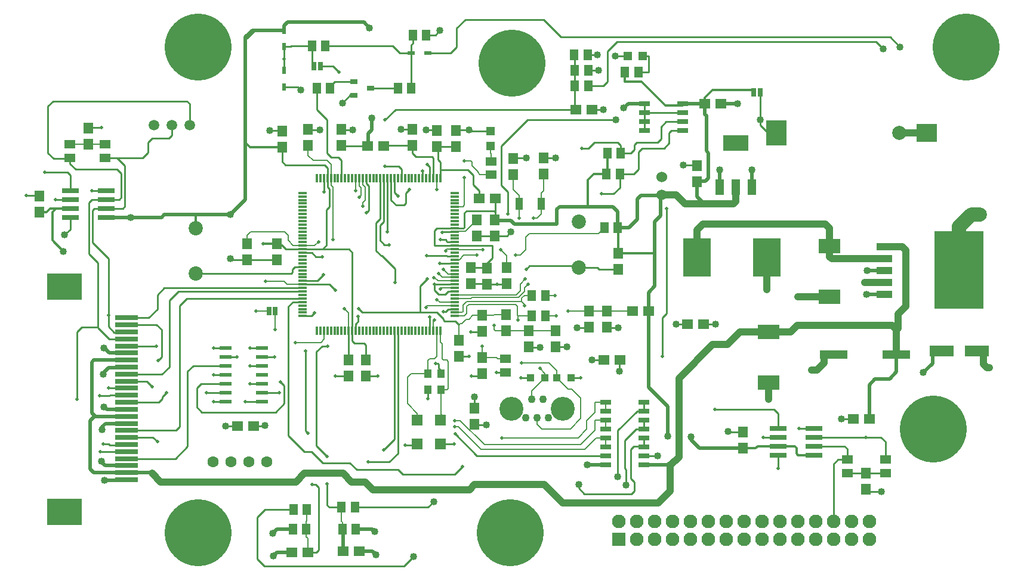
<source format=gbr>
G04 EasyPC Gerber Version 21.0.3 Build 4286 *
%FSLAX35Y35*%
%MOIN*%
%ADD130R,0.01181X0.04724*%
%ADD131R,0.04724X0.01181*%
%ADD137R,0.01969X0.04232*%
%ADD136R,0.04232X0.01969*%
%ADD139R,0.06700X0.02100*%
%ADD142R,0.02500X0.05000*%
%ADD132R,0.04134X0.05118*%
%ADD133R,0.04331X0.07087*%
%ADD117R,0.04700X0.08700*%
%ADD141R,0.06004X0.02559*%
%ADD138R,0.03937X0.02756*%
%ADD140R,0.06004X0.02756*%
%ADD114R,0.12992X0.02953*%
%ADD135R,0.09500X0.03000*%
%ADD119R,0.08504X0.04213*%
%ADD128R,0.05118X0.05906*%
%ADD116R,0.05500X0.06000*%
%ADD123R,0.15748X0.04921*%
%ADD129R,0.05906X0.05118*%
%ADD124R,0.06000X0.05500*%
%ADD125R,0.13386X0.06299*%
%ADD122R,0.12008X0.07874*%
%ADD118R,0.14200X0.08700*%
%ADD143R,0.11811X0.14173*%
%ADD144R,0.11811X0.10236*%
%ADD121R,0.15354X0.21260*%
%ADD120R,0.27559X0.43307*%
%ADD134R,0.03937X0.03937*%
%ADD127R,0.04724X0.04724*%
%ADD126R,0.06300X0.06300*%
%ADD89R,0.07677X0.07677*%
%ADD103C,0.00591*%
%ADD19C,0.00800*%
%ADD100C,0.00984*%
%ADD16C,0.01000*%
%ADD102C,0.01181*%
%ADD98C,0.01969*%
%ADD101C,0.03937*%
%ADD97C,0.04000*%
%ADD95C,0.04331*%
%ADD92C,0.05906*%
%ADD91C,0.06000*%
%ADD93C,0.06299*%
%ADD90C,0.07677*%
%ADD99C,0.07874*%
%ADD94C,0.07972*%
%ADD96C,0.13386*%
%ADD88C,0.37402*%
%ADD115R,0.19685X0.15157*%
X0Y0D02*
D02*
D16*
X5128Y252652D02*
X12608D01*
Y252427*
X21663Y250289D02*
Y250427D01*
X29773*
X29537Y273715D02*
Y270368D01*
X32687Y267219*
X55915*
X58277Y264856*
Y251608*
X57096Y250427*
X49773*
X41742Y255407D02*
Y255427D01*
X49773*
X45285Y178852D02*
Y178636D01*
X51584Y172337*
X61033*
X46072Y140663D02*
X51801D01*
X51978Y140841*
X61033*
X46466Y109344D02*
X61033D01*
X47254Y290447D02*
X39773D01*
Y290222*
X48041Y113675D02*
X51191D01*
X51978Y112888*
X61427*
Y113281*
X61033*
X49222Y273715D02*
X70285D01*
X73238Y276667*
Y282179*
X75600Y284541*
X84957*
X86531Y286116*
Y291852*
X49222Y273715D02*
X55718D01*
X60246Y269187*
Y246608*
X59065Y245427*
X49773*
X43179*
X42135Y244384*
Y226274*
X51191Y217219*
Y185722*
X49773Y250427D02*
X41880D01*
X40167Y248715*
Y219974*
X45285Y214856*
Y178852*
X51191Y144778D02*
X57096D01*
Y144600*
X61033Y144778*
X51191Y185722D02*
Y179246D01*
X54340Y176096*
X61033Y176274*
Y117219D02*
X75994D01*
X78356Y114856*
X61033Y148715D02*
X72450D01*
X75600Y145565*
X61033Y168400D02*
X77962Y168222D01*
X61033Y180211D02*
X77962D01*
X80718Y177455*
Y162100*
X78750Y160132*
X83474Y142258D02*
X81112Y139896D01*
Y138872*
X79143Y136904*
X61033*
X96531Y291784D02*
Y303767D01*
X94891Y305407*
X20088*
X17332Y302652*
Y276274*
X20482Y273124*
X28946*
X29537Y273715*
X105915Y142258D02*
X116581D01*
X109852Y137297D02*
Y137258D01*
X116581*
X109852Y152258D02*
X116581D01*
X109852Y167219D02*
Y167258D01*
X116581*
Y147258D02*
X102883D01*
X100403Y144778*
Y134148*
X103159Y131392*
X144498*
X149222Y136116*
Y146352*
X147254Y148321*
X116581Y157258D02*
X98435D01*
X95285Y154108*
Y112100*
X88592Y105407*
X61033*
X116581Y162258D02*
X122844D01*
X127569Y137258D02*
X136981D01*
X130324Y147140D02*
Y147258D01*
X136981*
X130324Y157376D02*
Y157258D01*
X136981*
Y142258D02*
X146466D01*
X138592Y123911D02*
Y123518D01*
X132069*
X141348Y288872D02*
X148041D01*
Y288648*
X143710Y162100D02*
Y162258D01*
X136981*
X149222Y313431D02*
X156946D01*
X158671Y311707*
X149222Y322581D02*
Y329030D01*
Y335813*
X149281Y335872*
X153009*
X153254Y336116*
X164773*
X154537Y77061D02*
X138592D01*
X134261Y72730*
Y49108*
X138198Y45171*
X216151*
X221663Y50683*
X159458Y212691D02*
X155128D01*
Y212494*
X153946Y211313*
Y209738*
X153159Y208951*
X111698*
X111576Y208829*
X99714*
X164773Y336116D02*
Y326274D01*
X165954Y325093*
X169301Y289266D02*
X162608D01*
Y289435*
X169498Y325093D02*
X176387D01*
X179931Y321549*
X172254Y336116D02*
X209852D01*
X213789Y332179*
X220238*
X175009Y312494D02*
Y313675D01*
X177569Y316234*
X188198*
X177962Y151470D02*
X185049D01*
Y151695*
X181309Y262100D02*
Y272140D01*
X179537Y273911*
X175600*
X173238Y276274*
Y294778*
X167529Y300486*
Y312494*
X187411Y289266D02*
X181112D01*
Y289435*
X188198Y308754D02*
Y308951D01*
X186230*
X181702Y304423*
X188789Y78242D02*
X229537D01*
X232687Y81392*
X201584Y151470D02*
X194891D01*
Y151695*
X205521Y268793D02*
X213198D01*
X214773Y267219*
Y262100*
X206899Y232179D02*
Y262100D01*
X207883Y225093D02*
X205128D01*
X202765Y227455*
Y235919*
X204931Y238085*
Y262100*
X208868D02*
Y250093D01*
X211820Y247140*
X216151*
X217332Y248321*
Y253833*
X219301Y255801*
X210836Y262100D02*
Y254423D01*
X213002Y252258*
X212805Y312494D02*
X197647D01*
X214576Y289659D02*
X220876D01*
Y289435*
X216939Y112888D02*
X223631D01*
Y113668*
X220238Y332179D02*
Y336856D01*
X221072Y337691*
Y342415*
X220285Y312494D02*
Y332132D01*
X220238Y332179*
X228356Y289266D02*
X234498D01*
Y289041*
X228553Y342415D02*
X233868D01*
X236230Y344778*
X229537Y138872D02*
X229439D01*
Y143793*
X236722Y152848D02*
Y154522D01*
X235443Y155801*
Y158163*
X235049Y158557*
X233868*
X244104Y113675D02*
X236624D01*
Y113668*
X244498Y214659D02*
X236230D01*
X252372Y162494D02*
X246860D01*
Y162719*
X252372Y289266D02*
X245285D01*
Y289041*
X253553Y176274D02*
X259852D01*
Y176498*
X253946Y151470D02*
X259852D01*
Y152876*
X262214Y124305D02*
X255521D01*
Y124530*
X267726Y153439D02*
Y153636D01*
X272923*
X268120Y203045D02*
X273631D01*
Y203270*
X274025Y242415D02*
Y254620D01*
X270482Y258163*
Y280211*
X285049Y294778*
X334655*
X281506Y150683D02*
X287017D01*
X284655Y211313D02*
X286230Y213281D01*
X313691*
Y212222*
X284655Y273518D02*
X277332D01*
Y273313*
X292135Y167612D02*
X285836D01*
Y167837*
X300797Y273518D02*
X294104D01*
Y273687*
X307096Y168006D02*
X300836D01*
Y167837*
X311230Y331392D02*
X311427D01*
Y322730*
X311624*
Y314069D02*
Y301104D01*
X312045Y300683*
X311624Y322730D02*
Y314069D01*
X313002Y178636D02*
X319616D01*
Y178860*
X313691Y212222D02*
X324128D01*
X325206Y211144*
X335836*
X314970Y150683D02*
X309458D01*
X315364Y279030D02*
X319301D01*
X322450Y282179*
X335639*
X337214Y280604*
Y276274*
X324813Y322730D02*
X319104D01*
X326387Y253439D02*
X333277D01*
X336820Y256982*
Y264463*
X327569Y300683D02*
X321045D01*
X328702Y107081D02*
X256998D01*
X244891Y119187*
X335836Y178636D02*
X329537D01*
Y178860*
X336624Y154226D02*
Y160526D01*
X336793*
X336820Y264463D02*
X344498D01*
X347254Y267219*
Y277061*
X349222Y279030*
X361427*
X364183Y281785*
Y287671*
X365364Y288852*
X371710*
X337214Y276274D02*
X342923D01*
X344891Y278242*
Y280998*
X346072Y282179*
X357883*
X359852Y284148*
Y291096*
X362608Y293852*
X371710*
X350356Y288852D02*
Y293852D01*
Y298852*
Y303852*
X368120Y180604D02*
X374643D01*
X371710Y298852D02*
X350356D01*
X372057Y269581D02*
X379931D01*
Y269356*
X392529Y266825D02*
X392684D01*
X397254Y120762D02*
Y120368D01*
X405521*
Y120144*
X415167Y294778D02*
Y310132D01*
X416939Y117219D02*
Y117356D01*
X425049*
X424025Y287691D02*
X419498D01*
X415167Y292022*
Y294778*
X437017Y122337D02*
Y122356D01*
X445049*
Y112356D02*
X462352D01*
X463789Y110919*
Y104817*
X445049Y117356D02*
X474025D01*
X456230Y70132D02*
Y102376D01*
X458671Y104817*
X463789*
X460639Y127455D02*
X467163D01*
X463789Y97337D02*
X473998D01*
X474025Y97309*
X485021*
X485049Y97337*
X474025Y117356D02*
X482549D01*
X485049Y114856*
Y104817*
X482687Y86904D02*
X474025D01*
Y88309*
D02*
D19*
X29537Y281195D02*
X39746D01*
X39773Y281222*
X49222Y281195D02*
X39801D01*
X39773Y281222*
X138986Y204620D02*
X149025D01*
X150797Y202848*
X159458*
X140757Y188085D02*
X133474D01*
X144301Y177455D02*
Y188085D01*
X159458Y224502D02*
X166348D01*
X168513Y226667*
X159458Y224502D02*
X154340D01*
X151387Y227455*
Y230407*
X149616Y232179*
X130494*
X128525Y230211*
Y225656*
X128356*
X161624Y66037D02*
Y70368D01*
X162017Y70762*
Y77061*
X161624Y66037D02*
Y61679D01*
X162383Y60919*
Y53045*
X162608Y280435D02*
Y275093D01*
X165364Y272337*
X173041*
X175403Y269974*
Y262100*
X171466Y177061D02*
Y172140D01*
X169694Y170368*
X155521*
X176387Y227848D02*
Y257179D01*
X175403Y258163*
Y262100*
X181702Y66037D02*
Y69974D01*
X181309Y70368*
Y78242*
X189183Y255407D02*
Y262100D01*
X191151D02*
Y257967D01*
X192135Y256982*
Y252455*
X191151Y251470*
X193120Y262100D02*
Y258557D01*
X194498Y257179*
Y250093*
X193120Y248715*
Y246746*
X223631Y127068D02*
Y130604D01*
X218120Y136116*
Y150880*
X220088Y152848*
X229439*
X234458Y177061D02*
Y162691D01*
X233080Y161313*
X230620*
X229439Y160132*
Y152848*
X236427Y177061D02*
Y170565D01*
X237411Y169581*
Y161313*
X238198Y160526*
X240167*
X240954Y159738*
Y144581*
X240167Y143793*
X236722*
Y130112*
X238986Y127848*
X237404*
X236624Y127068*
X244498Y193006D02*
X236033D01*
X234655Y194384*
X244498Y246156D02*
X249025D01*
X250009Y247140*
Y262494*
Y271943D02*
X253553D01*
X254340Y271156*
Y269187*
X257490Y266037*
Y265447*
X258671Y264266*
X264970*
X259852Y185498D02*
X254509D01*
X252372Y183360*
X250797*
X248435Y180998*
X247647*
X246860Y180211*
X260246Y222337D02*
X245285D01*
Y222533*
X244498*
X264458Y280427D02*
Y276392D01*
X264970Y275880*
Y271746*
X272923Y161116D02*
X268486D01*
X267726Y161876*
X259852*
X273238Y176892D02*
X285781D01*
X285836Y176837*
X273238Y185892D02*
X266545D01*
X266151Y185498*
X259852*
X273631Y212270D02*
Y218793D01*
X270088Y222337*
X269891*
X269694Y222533*
X269891*
X270088Y222337*
X280521Y247927D02*
Y252612D01*
X277332Y255801*
Y264313*
X283474Y190841D02*
Y191628D01*
X281899Y193203*
X285836Y176837D02*
X300836D01*
X287411Y138478D02*
Y143203D01*
X294891Y150683*
X287608Y185329D02*
X279931D01*
Y182967*
X290561Y128242D02*
Y124699D01*
X293317Y121943*
X309065*
X314970Y127848*
Y139266*
X309852Y144384*
X307883*
X301584Y150683*
X292726Y247927D02*
Y254030D01*
X294104Y255407*
Y264687*
X294891Y150683D02*
Y153045D01*
X292135Y155801*
X301584Y150683D02*
Y154620D01*
X297254Y158951*
X281899*
X307883Y187860D02*
X319616D01*
X329537*
X328702Y117081D02*
X323631D01*
X317076Y110526*
X259065*
X246466Y123124*
X244498*
X328702Y117081D02*
Y112081D01*
Y127081D02*
Y127061D01*
X322844*
Y121156*
X314970Y113281*
X261033*
X247647Y126667*
X244498*
X328702Y127081D02*
Y122081D01*
Y137081D02*
X322844D01*
Y131392*
X318120Y126667*
Y121943*
X313395Y116825*
X270876*
X328702Y137081D02*
Y132081D01*
X329537Y187860D02*
X343592D01*
X343817Y188085*
D02*
D88*
X101023Y63801D03*
Y335454D03*
X275600Y63801D03*
X276387Y326667D03*
X511820Y121943D03*
X530324Y335454D03*
D02*
D89*
X336230Y60132D03*
D02*
D90*
Y70132D03*
X346230Y60132D03*
Y70132D03*
X356230Y60132D03*
Y70132D03*
X366230Y60132D03*
Y70132D03*
X376230Y60132D03*
Y70132D03*
X386230Y60132D03*
Y70132D03*
X396230Y60132D03*
Y70132D03*
X406230Y60132D03*
Y70132D03*
X416230Y60132D03*
Y70132D03*
X426230Y60132D03*
Y70132D03*
X436230Y60132D03*
Y70132D03*
X446230Y60132D03*
Y70132D03*
X456230Y60132D03*
Y70132D03*
X466230Y60132D03*
Y70132D03*
X476230Y60132D03*
Y70132D03*
D02*
D91*
X360246Y253071D03*
Y262888D03*
D02*
D92*
X76531Y291784D03*
X86531Y291852D03*
X96531Y291784D03*
D02*
D93*
X109393Y103676D03*
X119393Y103608D03*
X129393Y103676D03*
X139380D03*
D02*
D94*
X99714Y208829D03*
Y234419D03*
X313691Y212222D03*
Y237813D03*
D02*
D95*
X284261Y128242D03*
X287411Y138478D03*
X290561Y128242D03*
X293710Y138478D03*
X296860Y128242D03*
D02*
D96*
X276191Y133360D03*
X304931D03*
D02*
D97*
X25994Y221156D03*
X26387Y230604D03*
X47254Y103833D03*
X47647Y121549D03*
X48041Y152652D03*
X48435Y134148D03*
Y167219D03*
X48828Y93203D03*
X63395Y240427D03*
X116545Y123518D03*
X119301Y217219D03*
Y242022D03*
X138592Y123911D03*
X141348Y288872D03*
X142923Y63675D03*
X143317Y51077D03*
X158671Y311707D03*
X169301Y289266D03*
X181702Y304423D03*
X187411Y289266D03*
X196860Y346352D03*
X198041Y295959D03*
X200009Y64463D03*
X200403Y51470D03*
X214576Y289659D03*
X221663Y50683D03*
X228356Y289266D03*
X232687Y81392D03*
X236230Y344778D03*
X252372Y289266D03*
X255521Y140053D03*
X262214Y124305D03*
X275994Y232179D03*
X284655Y273518D03*
X292135Y167612D03*
X300797Y273518D03*
X307096Y168006D03*
X313002Y178636D03*
X313789Y90841D03*
X318513Y101864D03*
X321269Y160526D03*
X324025Y331392D03*
X324813Y322730D03*
X327569Y300683D03*
X334261Y330604D03*
X334655Y294778D03*
X335443Y95171D03*
X335836Y178636D03*
X336624Y154226D03*
X338986Y301470D03*
X340167Y90447D03*
X357883Y106982D03*
X363395Y118006D03*
X368120Y180604D03*
X372057Y269581D03*
X376387Y117612D03*
X390167Y180604D03*
X392529Y266825D03*
X397254Y120762D03*
X402372Y303833D03*
X410639Y266825D03*
X415167Y294778D03*
X418907Y199896D03*
X419694Y138478D03*
X436230Y195959D03*
X443710Y155014D03*
X460639Y127455D03*
X473631Y203833D03*
X474419Y197140D03*
X474813Y210526D03*
X482687Y86904D03*
X483868Y334541D03*
X493317Y335722D03*
X506309Y153439D03*
X543317Y156195D03*
D02*
D98*
X5128Y252652D03*
X15364Y265644D03*
X21663Y250289D03*
X33474Y138478D03*
X41742Y255407D03*
X46072Y140663D03*
X46466Y109344D03*
X47254Y103833D02*
Y103439D01*
X49222Y101470*
X61033*
X47254Y290447D03*
X47647Y121549D02*
Y123124D01*
X49616Y125093*
X61033*
X48041Y113675D03*
Y152652D02*
Y153262D01*
X51191Y156411*
X61033Y156589*
X48435Y134148D02*
X49006D01*
X50187Y132967*
X61033*
X48435Y167219D02*
X48828D01*
X51584Y164463*
X61033*
X48828Y93203D02*
Y93419D01*
X61033Y93596*
X49773Y240427D02*
X63395D01*
X51191Y144778D03*
Y185722D03*
X61033Y97533D02*
X42923D01*
X40954Y99502*
Y126490*
X43317Y128852*
Y129030*
X61033*
Y160526D02*
X42923D01*
X41742Y159344*
Y130998*
X43710Y129030*
X61033*
X63395Y240427D02*
X80738D01*
X82332Y242022*
X99714*
X75383Y97356D02*
Y97533D01*
X61033*
X75600Y145565D03*
X77962Y168222D03*
X78356Y114856D03*
X78750Y160132D03*
X83474Y142258D03*
X99714Y242022D02*
X119301D01*
X105915Y142258D03*
X109852Y137297D03*
Y152258D03*
Y167219D03*
X122844Y162258D03*
X127569Y137258D03*
X130324Y147140D03*
Y157376D03*
Y167219D03*
X133474Y188085D03*
X137411Y225656D03*
X138986Y204620D03*
X143710Y162100D03*
X144301Y177455D03*
X146466Y142258D03*
X147254Y148321D03*
X149222Y329030D03*
X149281Y345022D02*
X131356D01*
X127569Y341234*
Y250289*
X119301Y242022*
X149281Y345022D02*
Y347593D01*
X151191Y349502*
X193710*
X196860Y346352*
X153383Y53045D02*
X145285D01*
X143317Y51077*
X154143Y66037D02*
X145285D01*
X142923Y63675*
X155521Y170368D03*
X161033Y165644D03*
X162383Y119581D03*
X164970Y90841D03*
X166151Y186904D03*
X168513Y226667D03*
X170482Y218400D03*
X171269Y208163D03*
X171466Y254620D03*
X173238Y91234D03*
Y106589D03*
X173631Y168400D03*
X176387Y227848D03*
X177962Y151470D03*
Y199502D03*
X179931Y321549D03*
X182124Y53439D02*
Y65616D01*
X181702Y66037*
X182687Y189266D03*
X189183Y66037D02*
X198435D01*
X200009Y64463*
X189183Y255407D03*
X190561Y184935D03*
X190954Y189266D03*
X191124Y53439D02*
X198435D01*
X200403Y51470*
X191151Y251470D03*
X193120Y246746D03*
X195088Y242809D03*
X196072Y103439D03*
X198041Y295959D02*
Y289266D01*
X196072Y287297*
Y280380*
X195903Y280211*
X201584Y151470D03*
X204734Y110132D03*
X205521Y268793D03*
Y294778D03*
X206899Y232179D03*
X207883Y225093D03*
X211033Y203833D03*
X213002Y252258D03*
X216939Y112888D03*
X219301Y255801D03*
X226584Y266431D03*
X228356Y190053D03*
X228750Y218793D03*
X229143Y205801D03*
Y269974D03*
X229537Y138872D03*
X230521Y184541D03*
X232687Y206589D03*
X233080Y182967D03*
Y202848D03*
X233868Y158557D03*
X234655Y194384D03*
Y255801D03*
X235443Y208951D03*
X236230Y214659D03*
X236624Y200289D03*
Y227848D03*
X237411Y231785D03*
X238198Y187691D03*
Y211313D03*
X239380Y221746D03*
X244104Y113675D03*
X244498Y123124D03*
Y126667D03*
X244891Y119187D03*
X248828Y101077D03*
X250009Y262494D03*
Y271943D03*
X252372Y162494D03*
X253553Y176274D03*
X253946Y151470D03*
X256702Y219187D03*
X259852Y168400D03*
X260246Y222337D03*
X266545Y179817D03*
X266939Y239041D02*
Y238478D01*
X275994*
X277962Y236510*
X301360*
X301584Y236734*
Y244778*
X303159Y246352*
X318907*
X267726Y153439D03*
X268120Y203045D03*
X270088Y222337D03*
X270876Y116825D03*
X274025Y242415D03*
X278356Y219187D03*
X279931Y182967D03*
X280521Y240053D03*
X281506Y150683D03*
X281899Y158951D03*
X283474Y190841D03*
X283868Y205801D03*
X284655Y211313D03*
X285443Y203045D03*
X288592Y240053D03*
X292135Y155801D03*
X300403Y196746D03*
X301191Y185329D03*
X307883Y187860D03*
X314970Y150683D03*
X315364Y279030D03*
X318513Y101864D02*
Y102081D01*
X328702*
X318907Y246352D02*
X332883D01*
X335639Y243596*
Y234541*
X326387Y253439D03*
X335639Y234541D02*
X341742D01*
X346466Y239266*
Y250683*
X348435Y252652*
X367726*
X372844Y247533*
X399816*
X401684Y249402*
X350356Y303852D02*
X341368D01*
X338986Y301470*
X352817Y188085D02*
Y198372D01*
X356309Y201864*
Y220144*
Y238085*
X359458Y241234*
Y252283*
X360246Y253071*
X360639Y162494D03*
X363002Y245171D03*
X363395Y118006D02*
Y134593D01*
X352817Y145171*
Y188085*
X364970Y101864D02*
X355915D01*
Y102081*
X350057*
X371710Y303852D02*
X384072D01*
X384092Y303833*
X379931Y260356D02*
Y251864D01*
X383868Y247927*
X399716*
X401684Y249896*
Y257181*
X384092Y303833D02*
Y298096D01*
X385049Y297140*
Y277455*
X386230Y276274*
Y262100*
X384655Y260526*
X380100*
X379931Y260356*
X389773Y132967D03*
X392684Y266825D02*
Y257181D01*
X393092Y303833D02*
X402372D01*
X405521Y111144D02*
X381281D01*
X376387Y116037*
Y117612*
X410639Y266825D02*
X410684D01*
Y257181*
X416939Y117219D03*
X425049Y99896D03*
X437017Y122337D03*
X474025Y117356D03*
X474419Y197140D02*
X484655D01*
X474813Y210526D02*
X484655D01*
X491348Y163675D02*
Y153833D01*
X487411Y149896*
X479313*
X476163Y146746*
Y127455*
X506309Y153439D02*
X511427Y158557D01*
Y165644*
X516545*
D02*
D99*
X492923Y287691D03*
X537805Y242022D02*
X533080D01*
X526250Y235191*
Y210978*
X537805Y242022D03*
D02*
D100*
X15364Y265644D02*
X28198D01*
X29773Y264069*
Y255427*
X26387Y230604D02*
X26624D01*
X29773Y233754*
Y240427*
X45285Y178852D02*
X36053D01*
X33474Y176274*
Y138478*
X61033Y152652D02*
X80935Y152474D01*
X85049Y156589*
Y193793*
X90167Y198911*
X159458*
X116545Y123518D02*
X123069D01*
X128356Y216656D02*
X119864D01*
X119301Y217219*
X128356Y216656D02*
X145285D01*
X130324Y167219D02*
Y167258D01*
X136981*
X148041Y279648D02*
Y271549D01*
X150009Y269581*
X171860*
X173435Y268006*
Y262100*
X159458Y185132D02*
X164380D01*
X166151Y186904*
X159458Y193006D02*
X154143D01*
X151584Y190447*
Y118400*
X160639Y109344*
X164576*
X170876Y103045*
X185836*
X189773Y99108*
X213002*
X215364Y96746*
X244498*
X248828Y101077*
X159458Y194974D02*
X94891D01*
X90954Y191037*
Y123301*
X88809Y121156*
X61033*
X159458Y200880D02*
X82293D01*
X78356Y196943*
Y188888*
X73616Y184148*
X61033*
X159458Y202848D02*
X174616D01*
X177962Y199502*
X159458Y204817D02*
X167923D01*
X171269Y208163*
X159458Y220565D02*
X164773D01*
X166939Y218400*
X170482*
X159458Y222533D02*
X185443D01*
X187214Y220762*
Y177061*
X159458Y222533D02*
X170679D01*
X172844Y224699*
Y244581*
X174419Y246156*
Y256392*
X173435Y257376*
Y262100*
X159458Y222533D02*
Y222730D01*
X150206*
X147844Y225093*
X145848*
X145285Y225656*
X161033Y165644D02*
Y120931D01*
X162383Y119581*
X164970Y90841D02*
X166939D01*
X168513Y89266*
Y54226*
X167332Y53045*
X162383*
X171466Y262100D02*
Y254620D01*
X173238Y91234D02*
Y79423D01*
X174419Y78242*
X181309*
X173631Y168400D02*
X170482D01*
X167332Y165250*
Y112494*
X173238Y106589*
X185246Y177061D02*
Y171352D01*
X185049Y171156*
Y160695*
X187214Y177061D02*
Y171352D01*
X188592Y169974*
X193710*
X194891Y168793*
Y160695*
X189183Y177061D02*
Y180998D01*
X189380*
X190561Y182179*
Y184935*
X195088Y242809D02*
X196466Y244187D01*
Y257770*
X195088Y259148*
Y262100*
X195903Y280211D02*
X181336D01*
X181112Y280435*
X210836Y177061D02*
Y116234D01*
X204734Y110132*
X211033Y203833D02*
Y211510D01*
X203750Y218793*
X203553*
X200600Y221746*
Y237297*
X202765Y239463*
Y246156*
X202962Y246352*
Y262100*
X212805Y177061D02*
Y108360D01*
X207883Y103439*
X196072*
X220876Y280435D02*
X205128D01*
X204903Y280211*
X220876Y280435D02*
Y276274D01*
X222844Y274305*
X231702*
X232490Y273518*
Y262100*
X225206Y187297D02*
Y201864D01*
X229143Y205801*
X225206Y187297D02*
X192923D01*
X190954Y189266*
X226584Y266431D02*
Y262100D01*
X229387Y332179D02*
X242135D01*
X245679Y335722*
Y346352*
X250403Y351077*
X294104*
X303946Y341234*
X487805*
X493317Y335722*
X230521Y177061D02*
Y184541D01*
Y262100D02*
Y268596D01*
X229143Y269974*
X233080Y202848D02*
Y199502D01*
X235443Y197140*
X239183*
X240954Y198911*
X244498*
X233080Y202848D02*
X236033D01*
X236230Y203045*
X238789*
X238986Y202848*
X244498*
X234498Y280041D02*
X245285D01*
X236427Y262100D02*
Y266825D01*
Y271352*
X235049Y272730*
Y279490*
X234498Y280041*
X244498Y189069D02*
X240757D01*
X239380Y187691*
X238198*
X244498Y218596D02*
X240167D01*
Y218793*
X228750*
X244498Y226470D02*
X240364D01*
X239773Y227061*
Y227455*
X239380Y227848*
X236624*
X244498Y232376D02*
X238002D01*
X237411Y231785*
X244498Y234344D02*
X234458D01*
X233080Y232967*
Y224502*
X244498*
Y234344D02*
X249419D01*
X250009Y234935*
Y242809*
X251191Y243990*
X266545*
X267332Y243203*
Y240447*
X246860Y180211D02*
X244891Y182179D01*
X238986*
X238198Y182967*
Y183754*
X234655Y187297*
X225206*
X253553Y203270D02*
X262214D01*
X262608Y202876*
X253553Y212270D02*
X260021D01*
X265364Y217612*
Y224699*
X244694*
X244498Y224502*
X253553Y212270D02*
X262214D01*
X262608Y211876*
X255521Y140053D02*
Y133530D01*
X258108Y251077D02*
Y255183D01*
X254734Y258557*
Y264069*
X251978Y266825*
X236427*
X262608Y202876D02*
X267950D01*
X268120Y203045*
X264458Y288695D02*
X252943D01*
X252372Y289266*
X266939Y230041D02*
X273856D01*
X275994Y232179*
X266939Y230041D02*
X256702D01*
X267108Y251077D02*
Y240671D01*
X267332Y240447*
Y238085*
X266939*
Y239041*
X312045Y300683D02*
X211427D01*
X205521Y294778*
X313789Y90841D02*
Y88872D01*
X316939Y85722*
X343317*
X344891Y87297*
Y92415*
X342876Y94431*
Y110478*
X344498Y112100*
X349616*
Y112081*
X350057*
X319104Y314069D02*
X327569D01*
X329931Y316431*
Y333360*
X335049Y338478*
X479931*
X483868Y334541*
X321269Y160526D02*
X327793D01*
X324025Y331392D02*
X318710D01*
X341151Y330604D02*
X334261D01*
X347057Y321549D02*
X352765D01*
Y330604*
X349419*
X350057Y107081D02*
X357785D01*
X357883Y106982*
X350057Y117081D02*
Y112081D01*
Y122081D02*
X345817D01*
X339380Y115644*
Y99896*
X340167Y99108*
Y90447*
X350057Y127081D02*
Y122081D01*
Y132081D02*
X346368D01*
X335443Y121156*
Y95171*
X350057Y137081D02*
Y132081D01*
X363002Y245171D02*
Y186510D01*
X360639Y184148*
Y162494*
X389773Y132967D02*
X422687D01*
X425049Y130604*
Y122356*
X390167Y180604D02*
X383643D01*
X425049Y99896D02*
Y107356D01*
D02*
D101*
X364970Y101864D02*
Y87297D01*
X358277Y80604*
X304734*
X294498Y90841*
X255521*
X252765Y88085*
X198828*
X194498Y92415*
X187017*
X182293Y97140*
X160639*
X155915Y92415*
X80324*
X75383Y97356*
X364970Y101864D02*
X365147D01*
X369694Y106411*
Y150289*
X388592Y169187*
X396860*
X403946Y176274*
X419694*
X379734Y218006D02*
Y233163D01*
X383080Y236510*
X451584*
X453946Y234148*
Y224305*
X401684Y249402D02*
X400209Y247927D01*
X373238*
X368094Y253071*
X360246*
X401684Y257181D02*
Y249402D01*
X418907Y199896D02*
Y218006D01*
X418710*
X419694Y138478D02*
Y147927D01*
Y176274D02*
X432293D01*
X435836Y179817*
X488986*
X491348Y177455*
X436230Y195959D02*
X453946D01*
X443710Y155014D02*
X446860D01*
X450797Y158951*
Y163675*
X456309*
X473631Y203833D02*
X484655D01*
Y217219D02*
X455128D01*
X453946Y218400*
Y224305*
X484655Y223911D02*
X494498D01*
X496466Y221943*
Y190447*
X492135Y186116*
Y178242*
X491348Y177455*
Y163675*
X492923Y287691D02*
X508277D01*
X543317Y156195D02*
X541742D01*
X539773Y158163*
Y165644*
X536230*
D02*
D102*
X12608Y243427D02*
X16513D01*
X18513Y245427*
X29773*
X21919*
X19694Y243203*
Y227455*
X25994Y221156*
X99714Y234419D02*
Y242022D01*
X145285Y225656D02*
X137411D01*
X148041Y279648D02*
X130100D01*
X127569Y282179*
Y339510*
X133080Y345022*
X149281*
X329340Y264463D02*
X322057D01*
X318907Y261313*
Y246352*
X329734Y276274D02*
Y264856D01*
X329340Y264463*
X335836Y220144D02*
Y234344D01*
X335639Y234541*
X335836Y220144D02*
X356309D01*
X371710Y303852D02*
Y303045D01*
X362214*
X348828Y316431*
X339576*
Y321549*
X384092Y303833D02*
Y307207D01*
X388592Y311707*
X410049*
X411624Y310132*
X405521Y111144D02*
X412576D01*
X413789Y112356*
X425049*
X434399*
X435443Y111313*
Y108144*
X436230Y107356*
X445049*
D02*
D103*
X182687Y189266D02*
X182883D01*
X185246Y186904*
Y177061*
X232490D02*
Y182376D01*
X233080Y182967*
X234458Y262100D02*
Y263281D01*
X234655*
Y255801*
X239380Y221746D02*
Y221943D01*
X239970Y222533*
X244498*
Y187100D02*
X248631D01*
X249222Y187691*
Y191234*
X251191Y193203*
X281899*
X244498Y191037D02*
X229340D01*
X228356Y190053*
X244498Y194974D02*
Y194778D01*
X253553*
X254340Y195565*
X280128*
X283474Y198911*
Y201077*
X285443Y203045*
X244498Y196943D02*
X278946D01*
X281112Y199108*
Y203045*
X283868Y205801*
X244498Y200880D02*
X236624D01*
Y200289*
X244498Y204817D02*
X235049D01*
X233277Y206589*
X232687*
X244498Y206785D02*
X237608D01*
X235443Y208951*
X244498Y208754D02*
X240757D01*
X238198Y211313*
X244498Y216628D02*
X247057D01*
X249616Y219187*
X256702*
X244498Y232376D02*
Y232573D01*
X250403*
X254734Y236904*
Y239041*
X256702*
X246860Y171719D02*
Y180211D01*
X259852Y168400D02*
Y161876D01*
X266545Y179817D02*
Y177679D01*
X267332Y176892*
X273238*
X278356Y219187D02*
X281112D01*
X284261Y222337*
Y229423*
X286230Y231392*
X324813*
X327962Y234541*
X328159*
X280521Y240053D02*
Y247927D01*
X281899Y193203D02*
Y195171D01*
X283474Y196746*
X287608*
Y185329D02*
X279931D01*
X279537Y185722*
Y190447*
X278356Y191628*
X252372*
X251191Y190447*
Y186510*
X249813Y185132*
X244498*
X288592Y240053D02*
X290364D01*
X292726Y242415*
Y247927*
X300403Y196746D02*
X295088D01*
X301191Y185329D02*
X295088D01*
D02*
D114*
X61033Y93596D03*
Y97533D03*
Y101470D03*
Y105407D03*
Y109344D03*
Y113281D03*
Y117219D03*
Y121156D03*
Y125093D03*
Y129030D03*
Y132967D03*
Y136904D03*
Y140841D03*
Y144778D03*
Y148715D03*
Y152652D03*
Y156589D03*
Y160526D03*
Y164463D03*
Y168400D03*
Y172337D03*
Y176274D03*
Y180211D03*
Y184148D03*
D02*
D115*
X26387Y75486D03*
Y201470D03*
D02*
D116*
X12608Y243427D03*
Y252427D03*
X39773Y281222D03*
Y290222D03*
X128356Y216656D03*
Y225656D03*
X145285Y216656D03*
Y225656D03*
X148041Y279648D03*
Y288648D03*
X162608Y280435D03*
Y289435D03*
X181112Y280435D03*
Y289435D03*
X185049Y151695D03*
Y160695D03*
X194891Y151695D03*
Y160695D03*
X220876Y280435D03*
Y289435D03*
X234498Y280041D03*
Y289041D03*
X245285Y280041D03*
Y289041D03*
X246860Y162719D03*
Y171719D03*
X253553Y203270D03*
Y212270D03*
X255521Y124530D03*
Y133530D03*
X256702Y230041D03*
Y239041D03*
X259852Y152876D03*
Y161876D03*
Y176498D03*
Y185498D03*
X262608Y202876D03*
Y211876D03*
X266939Y230041D03*
Y239041D03*
X273238Y176892D03*
Y185892D03*
X273631Y203270D03*
Y212270D03*
X277332Y264313D03*
Y273313D03*
X285836Y167837D03*
Y176837D03*
X294104Y264687D03*
Y273687D03*
X300836Y167837D03*
Y176837D03*
X319616Y178860D03*
Y187860D03*
X329537Y178860D03*
Y187860D03*
X335836Y211144D03*
Y220144D03*
X379931Y260356D03*
Y269356D03*
X405521Y111144D03*
Y120144D03*
X474025Y88309D03*
Y97309D03*
D02*
D117*
X392684Y257181D03*
X401684D03*
X410684D03*
D02*
D118*
X401584Y281981D03*
D02*
D119*
X484655Y197140D03*
Y203833D03*
Y210526D03*
Y217219D03*
Y223911D03*
D02*
D120*
X526250Y210978D03*
D02*
D121*
X379734Y218006D03*
X418710D03*
D02*
D122*
X419694Y147927D03*
Y176274D03*
X453946Y195959D03*
Y224305D03*
D02*
D123*
X456309Y163675D03*
X491348D03*
D02*
D124*
X123069Y123518D03*
X132069D03*
X153383Y53045D03*
X162383D03*
X182124Y53439D03*
X191124D03*
X195903Y280211D03*
X204903D03*
X258108Y251077D03*
X267108D03*
X312045Y300683D03*
X321045D03*
X327793Y160526D03*
X336793D03*
X343817Y188085D03*
X352817D03*
X374643Y180604D03*
X383643D03*
X384092Y303833D03*
X393092D03*
X467163Y127455D03*
X476163D03*
D02*
D125*
X516545Y165644D03*
X536230D03*
D02*
D126*
X223631Y113668D03*
Y127068D03*
X236624Y113668D03*
Y127068D03*
D02*
D127*
X264458Y280427D03*
Y288695D03*
X341151Y330604D03*
X349419D03*
D02*
D128*
X154143Y66037D03*
X154537Y77061D03*
X161624Y66037D03*
X162017Y77061D03*
X164773Y336116D03*
X167529Y312494D03*
X172254Y336116D03*
X175009Y312494D03*
X181309Y78242D03*
X181702Y66037D03*
X188789Y78242D03*
X189183Y66037D03*
X212805Y312494D03*
X220285D03*
X221072Y342415D03*
X228553D03*
X287608Y185329D03*
Y196746D03*
X295088Y185329D03*
Y196746D03*
X311230Y331392D03*
X311624Y314069D03*
Y322730D03*
X318710Y331392D03*
X319104Y314069D03*
Y322730D03*
X328159Y234541D03*
X329340Y264463D03*
X329734Y276274D03*
X335639Y234541D03*
X336820Y264463D03*
X337214Y276274D03*
X339576Y321549D03*
X347057D03*
D02*
D129*
X29537Y273715D03*
Y281195D03*
X49222Y273715D03*
Y281195D03*
X264970Y264266D03*
Y271746D03*
X272923Y153636D03*
Y161116D03*
X463789Y97337D03*
Y104817D03*
X485049Y97337D03*
Y104817D03*
D02*
D130*
X167529Y177061D03*
Y262100D03*
X169498Y177061D03*
Y262100D03*
X171466Y177061D03*
Y262100D03*
X173435Y177061D03*
Y262100D03*
X175403Y177061D03*
Y262100D03*
X177372Y177061D03*
Y262100D03*
X179340Y177061D03*
Y262100D03*
X181309Y177061D03*
Y262100D03*
X183277Y177061D03*
Y262100D03*
X185246Y177061D03*
Y262100D03*
X187214Y177061D03*
Y262100D03*
X189183Y177061D03*
Y262100D03*
X191151Y177061D03*
Y262100D03*
X193120Y177061D03*
Y262100D03*
X195088Y177061D03*
Y262100D03*
X197057Y177061D03*
Y262100D03*
X199025Y177061D03*
Y262100D03*
X200994Y177061D03*
Y262100D03*
X202962Y177061D03*
Y262100D03*
X204931Y177061D03*
Y262100D03*
X206899Y177061D03*
Y262100D03*
X208868Y177061D03*
Y262100D03*
X210836Y177061D03*
Y262100D03*
X212805Y177061D03*
Y262100D03*
X214773Y177061D03*
Y262100D03*
X216742Y177061D03*
Y262100D03*
X218710Y177061D03*
Y262100D03*
X220679Y177061D03*
Y262100D03*
X222647Y177061D03*
Y262100D03*
X224616Y177061D03*
Y262100D03*
X226584Y177061D03*
Y262100D03*
X228553Y177061D03*
Y262100D03*
X230521Y177061D03*
Y262100D03*
X232490Y177061D03*
Y262100D03*
X234458Y177061D03*
Y262100D03*
X236427Y177061D03*
Y262100D03*
D02*
D131*
X159458Y185132D03*
Y187100D03*
Y189069D03*
Y191037D03*
Y193006D03*
Y194974D03*
Y196943D03*
Y198911D03*
Y200880D03*
Y202848D03*
Y204817D03*
Y206785D03*
Y208754D03*
Y210722D03*
Y212691D03*
Y214659D03*
Y216628D03*
Y218596D03*
Y220565D03*
Y222533D03*
Y224502D03*
Y226470D03*
Y228439D03*
Y230407D03*
Y232376D03*
Y234344D03*
Y236313D03*
Y238281D03*
Y240250D03*
Y242219D03*
Y244187D03*
Y246156D03*
Y248124D03*
Y250093D03*
Y252061D03*
Y254030D03*
X244498Y185132D03*
Y187100D03*
Y189069D03*
Y191037D03*
Y193006D03*
Y194974D03*
Y196943D03*
Y198911D03*
Y200880D03*
Y202848D03*
Y204817D03*
Y206785D03*
Y208754D03*
Y210722D03*
Y212691D03*
Y214659D03*
Y216628D03*
Y218596D03*
Y220565D03*
Y222533D03*
Y224502D03*
Y226470D03*
Y228439D03*
Y230407D03*
Y232376D03*
Y234344D03*
Y236313D03*
Y238281D03*
Y240250D03*
Y242219D03*
Y244187D03*
Y246156D03*
Y248124D03*
Y250093D03*
Y252061D03*
Y254030D03*
D02*
D132*
X229439Y143793D03*
Y152848D03*
X236722Y143793D03*
Y152848D03*
D02*
D133*
X280521Y247927D03*
X292726D03*
D02*
D134*
X287017Y150683D03*
X294891D03*
X301584D03*
X309458D03*
D02*
D135*
X29773Y240427D03*
Y245427D03*
Y250427D03*
Y255427D03*
X49773Y240427D03*
Y245427D03*
Y250427D03*
Y255427D03*
X425049Y107356D03*
Y112356D03*
Y117356D03*
Y122356D03*
X445049Y107356D03*
Y112356D03*
Y117356D03*
Y122356D03*
D02*
D136*
X220238Y332179D03*
X229387D03*
D02*
D137*
X149222Y313431D03*
Y322581D03*
X149281Y335872D03*
Y345022D03*
D02*
D138*
X188198Y308754D03*
Y316234D03*
X197647Y312494D03*
D02*
D139*
X116581Y137258D03*
Y142258D03*
Y147258D03*
Y152258D03*
Y157258D03*
Y162258D03*
Y167258D03*
X136981Y137258D03*
Y142258D03*
Y147258D03*
Y152258D03*
Y157258D03*
Y162258D03*
Y167258D03*
D02*
D140*
X328702Y102081D03*
Y107081D03*
Y112081D03*
Y117081D03*
Y122081D03*
Y127081D03*
Y132081D03*
Y137081D03*
X350057Y102081D03*
Y107081D03*
Y112081D03*
Y117081D03*
Y122081D03*
Y127081D03*
Y132081D03*
Y137081D03*
D02*
D141*
X350356Y288852D03*
Y293852D03*
Y298852D03*
Y303852D03*
X371710Y288852D03*
Y293852D03*
Y298852D03*
Y303852D03*
D02*
D142*
X140757Y188085D03*
X144301D03*
X165954Y325093D03*
X169498D03*
X411624Y310132D03*
X415167D03*
D02*
D143*
X424025Y287691D03*
D02*
D144*
X508277D03*
X0Y0D02*
M02*

</source>
